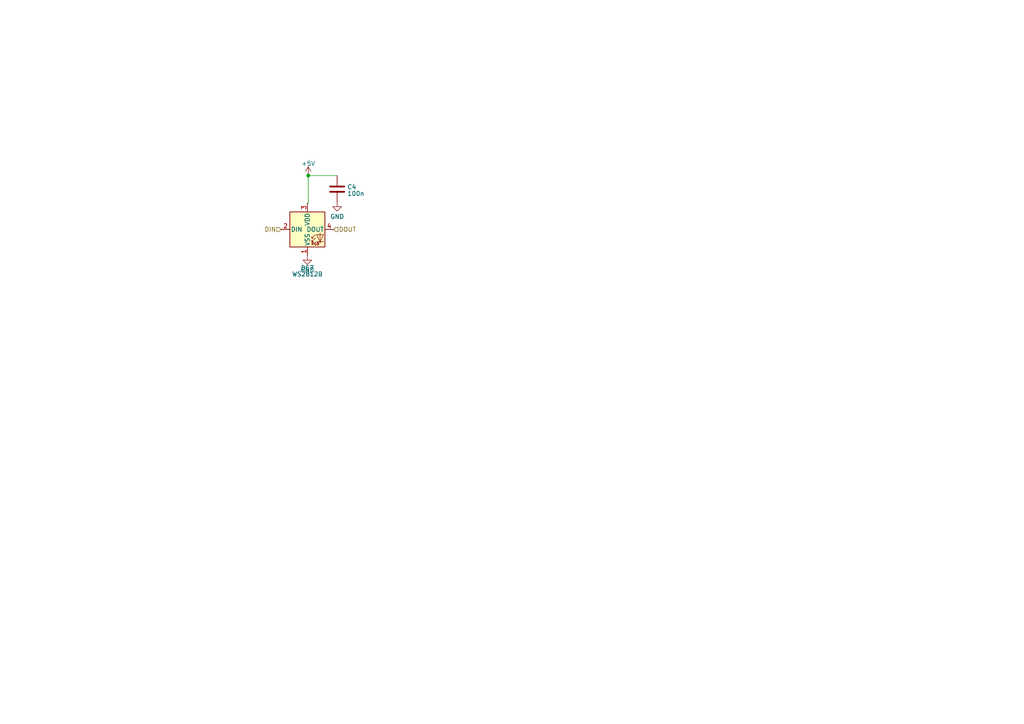
<source format=kicad_sch>
(kicad_sch (version 20230121) (generator eeschema)

  (uuid 248f08ac-97af-455d-9967-211694438080)

  (paper "A4")

  (lib_symbols
    (symbol "Device:C" (pin_numbers hide) (pin_names (offset 0.254)) (in_bom yes) (on_board yes)
      (property "Reference" "C" (at 0.635 2.54 0)
        (effects (font (size 1.27 1.27)) (justify left))
      )
      (property "Value" "C" (at 0.635 -2.54 0)
        (effects (font (size 1.27 1.27)) (justify left))
      )
      (property "Footprint" "" (at 0.9652 -3.81 0)
        (effects (font (size 1.27 1.27)) hide)
      )
      (property "Datasheet" "~" (at 0 0 0)
        (effects (font (size 1.27 1.27)) hide)
      )
      (property "ki_keywords" "cap capacitor" (at 0 0 0)
        (effects (font (size 1.27 1.27)) hide)
      )
      (property "ki_description" "Unpolarized capacitor" (at 0 0 0)
        (effects (font (size 1.27 1.27)) hide)
      )
      (property "ki_fp_filters" "C_*" (at 0 0 0)
        (effects (font (size 1.27 1.27)) hide)
      )
      (symbol "C_0_1"
        (polyline
          (pts
            (xy -2.032 -0.762)
            (xy 2.032 -0.762)
          )
          (stroke (width 0.508) (type default))
          (fill (type none))
        )
        (polyline
          (pts
            (xy -2.032 0.762)
            (xy 2.032 0.762)
          )
          (stroke (width 0.508) (type default))
          (fill (type none))
        )
      )
      (symbol "C_1_1"
        (pin passive line (at 0 3.81 270) (length 2.794)
          (name "~" (effects (font (size 1.27 1.27))))
          (number "1" (effects (font (size 1.27 1.27))))
        )
        (pin passive line (at 0 -3.81 90) (length 2.794)
          (name "~" (effects (font (size 1.27 1.27))))
          (number "2" (effects (font (size 1.27 1.27))))
        )
      )
    )
    (symbol "mapacr:XL-2121RGBC-WS2812B" (pin_names (offset 0.254)) (in_bom yes) (on_board yes)
      (property "Reference" "D" (at 5.08 5.715 0)
        (effects (font (size 1.27 1.27)) (justify right bottom))
      )
      (property "Value" "XL-2121RGBC-WS2812B" (at 1.27 -5.715 0)
        (effects (font (size 1.27 1.27)) (justify left top))
      )
      (property "Footprint" "mapacr:XL-2121RGBC-WS2812B" (at 1.27 -7.62 0)
        (effects (font (size 1.27 1.27)) (justify left top) hide)
      )
      (property "Datasheet" "https://datasheet.lcsc.com/lcsc/2301111010_XINGLIGHT-XL-2121RGBC-WS2812B_C5349957.pdf" (at 2.54 -9.525 0)
        (effects (font (size 1.27 1.27)) (justify left top) hide)
      )
      (property "JLCPCB_PART" "C5349957" (at 8.89 -12.7 0)
        (effects (font (size 1.27 1.27)))
      )
      (property "ki_keywords" "RGB LED NeoPixel addressable" (at 0 0 0)
        (effects (font (size 1.27 1.27)) hide)
      )
      (property "ki_description" "RGB LED with integrated controller" (at 0 0 0)
        (effects (font (size 1.27 1.27)) hide)
      )
      (property "ki_fp_filters" "LED*WS2812*PLCC*5.0x5.0mm*P3.2mm*" (at 0 0 0)
        (effects (font (size 1.27 1.27)) hide)
      )
      (symbol "XL-2121RGBC-WS2812B_0_0"
        (text "RGB" (at 2.286 -4.191 0)
          (effects (font (size 0.762 0.762)))
        )
      )
      (symbol "XL-2121RGBC-WS2812B_0_1"
        (rectangle (start -5.08 5.08) (end 5.08 -5.08)
          (stroke (width 0.254) (type default))
          (fill (type background))
        )
        (polyline
          (pts
            (xy 1.27 -3.556)
            (xy 1.778 -3.556)
          )
          (stroke (width 0) (type default))
          (fill (type none))
        )
        (polyline
          (pts
            (xy 1.27 -2.54)
            (xy 1.778 -2.54)
          )
          (stroke (width 0) (type default))
          (fill (type none))
        )
        (polyline
          (pts
            (xy 4.699 -3.556)
            (xy 2.667 -3.556)
          )
          (stroke (width 0) (type default))
          (fill (type none))
        )
        (polyline
          (pts
            (xy 2.286 -2.54)
            (xy 1.27 -3.556)
            (xy 1.27 -3.048)
          )
          (stroke (width 0) (type default))
          (fill (type none))
        )
        (polyline
          (pts
            (xy 2.286 -1.524)
            (xy 1.27 -2.54)
            (xy 1.27 -2.032)
          )
          (stroke (width 0) (type default))
          (fill (type none))
        )
        (polyline
          (pts
            (xy 3.683 -1.016)
            (xy 3.683 -3.556)
            (xy 3.683 -4.064)
          )
          (stroke (width 0) (type default))
          (fill (type none))
        )
        (polyline
          (pts
            (xy 4.699 -1.524)
            (xy 2.667 -1.524)
            (xy 3.683 -3.556)
            (xy 4.699 -1.524)
          )
          (stroke (width 0) (type default))
          (fill (type none))
        )
      )
      (symbol "XL-2121RGBC-WS2812B_1_1"
        (pin power_in line (at 0 -7.62 90) (length 2.54)
          (name "VSS" (effects (font (size 1.27 1.27))))
          (number "1" (effects (font (size 1.27 1.27))))
        )
        (pin input line (at -7.62 0 0) (length 2.54)
          (name "DIN" (effects (font (size 1.27 1.27))))
          (number "2" (effects (font (size 1.27 1.27))))
        )
        (pin power_in line (at 0 7.62 270) (length 2.54)
          (name "VDD" (effects (font (size 1.27 1.27))))
          (number "3" (effects (font (size 1.27 1.27))))
        )
        (pin output line (at 7.62 0 180) (length 2.54)
          (name "DOUT" (effects (font (size 1.27 1.27))))
          (number "4" (effects (font (size 1.27 1.27))))
        )
      )
    )
    (symbol "power:+5V" (power) (pin_names (offset 0)) (in_bom yes) (on_board yes)
      (property "Reference" "#PWR" (at 0 -3.81 0)
        (effects (font (size 1.27 1.27)) hide)
      )
      (property "Value" "+5V" (at 0 3.556 0)
        (effects (font (size 1.27 1.27)))
      )
      (property "Footprint" "" (at 0 0 0)
        (effects (font (size 1.27 1.27)) hide)
      )
      (property "Datasheet" "" (at 0 0 0)
        (effects (font (size 1.27 1.27)) hide)
      )
      (property "ki_keywords" "global power" (at 0 0 0)
        (effects (font (size 1.27 1.27)) hide)
      )
      (property "ki_description" "Power symbol creates a global label with name \"+5V\"" (at 0 0 0)
        (effects (font (size 1.27 1.27)) hide)
      )
      (symbol "+5V_0_1"
        (polyline
          (pts
            (xy -0.762 1.27)
            (xy 0 2.54)
          )
          (stroke (width 0) (type default))
          (fill (type none))
        )
        (polyline
          (pts
            (xy 0 0)
            (xy 0 2.54)
          )
          (stroke (width 0) (type default))
          (fill (type none))
        )
        (polyline
          (pts
            (xy 0 2.54)
            (xy 0.762 1.27)
          )
          (stroke (width 0) (type default))
          (fill (type none))
        )
      )
      (symbol "+5V_1_1"
        (pin power_in line (at 0 0 90) (length 0) hide
          (name "+5V" (effects (font (size 1.27 1.27))))
          (number "1" (effects (font (size 1.27 1.27))))
        )
      )
    )
    (symbol "power:GND" (power) (pin_names (offset 0)) (in_bom yes) (on_board yes)
      (property "Reference" "#PWR" (at 0 -6.35 0)
        (effects (font (size 1.27 1.27)) hide)
      )
      (property "Value" "GND" (at 0 -3.81 0)
        (effects (font (size 1.27 1.27)))
      )
      (property "Footprint" "" (at 0 0 0)
        (effects (font (size 1.27 1.27)) hide)
      )
      (property "Datasheet" "" (at 0 0 0)
        (effects (font (size 1.27 1.27)) hide)
      )
      (property "ki_keywords" "global power" (at 0 0 0)
        (effects (font (size 1.27 1.27)) hide)
      )
      (property "ki_description" "Power symbol creates a global label with name \"GND\" , ground" (at 0 0 0)
        (effects (font (size 1.27 1.27)) hide)
      )
      (symbol "GND_0_1"
        (polyline
          (pts
            (xy 0 0)
            (xy 0 -1.27)
            (xy 1.27 -1.27)
            (xy 0 -2.54)
            (xy -1.27 -1.27)
            (xy 0 -1.27)
          )
          (stroke (width 0) (type default))
          (fill (type none))
        )
      )
      (symbol "GND_1_1"
        (pin power_in line (at 0 0 270) (length 0) hide
          (name "GND" (effects (font (size 1.27 1.27))))
          (number "1" (effects (font (size 1.27 1.27))))
        )
      )
    )
  )

  (junction (at 89.408 50.927) (diameter 0) (color 0 0 0 0)
    (uuid 567ea26f-41d6-43c1-b3a9-1ddf29893cd3)
  )

  (wire (pts (xy 97.79 50.927) (xy 97.79 51.054))
    (stroke (width 0) (type default))
    (uuid 67fc5793-b113-46fc-b6d4-f20f258e4239)
  )
  (wire (pts (xy 89.408 58.928) (xy 89.154 58.928))
    (stroke (width 0) (type default))
    (uuid d4ae5cb2-fcbc-4fd7-b4bd-a5f2c2c2a261)
  )
  (wire (pts (xy 89.408 50.927) (xy 89.408 58.928))
    (stroke (width 0) (type default))
    (uuid d54fcd3e-3886-42f4-979d-0a995be5a961)
  )
  (wire (pts (xy 89.408 50.927) (xy 97.79 50.927))
    (stroke (width 0) (type default))
    (uuid d738cc45-69cd-4cd2-bd33-49e217ca56f2)
  )

  (hierarchical_label "DIN" (shape input) (at 81.534 66.548 180) (fields_autoplaced)
    (effects (font (size 1.27 1.27)) (justify right))
    (uuid 9fd491cb-8351-441e-a106-d2bd77d40422)
  )
  (hierarchical_label "DOUT" (shape input) (at 96.774 66.548 0) (fields_autoplaced)
    (effects (font (size 1.27 1.27)) (justify left))
    (uuid e93ae64a-8172-4c2f-9825-064bba503489)
  )

  (symbol (lib_id "mapacr:XL-2121RGBC-WS2812B") (at 89.154 66.548 0) (unit 1)
    (in_bom yes) (on_board yes) (dnp no)
    (uuid 631cc0bc-f237-42d8-b9af-8bfbf7d265a2)
    (property "Reference" "D57" (at 89.154 77.724 0)
      (effects (font (size 1.27 1.27)))
    )
    (property "Value" "WS2812B" (at 89.154 79.502 0)
      (effects (font (size 1.27 1.27)))
    )
    (property "Footprint" "mapacr:XL-2121RGBC-WS2812B" (at 90.424 74.168 0)
      (effects (font (size 1.27 1.27)) (justify left top) hide)
    )
    (property "Datasheet" "https://datasheet.lcsc.com/lcsc/2301111010_XINGLIGHT-XL-2121RGBC-WS2812B_C5349957.pdf" (at 91.694 76.073 0)
      (effects (font (size 1.27 1.27)) (justify left top) hide)
    )
    (property "JLCPCB_PART" "C5349957" (at 89.154 66.548 0)
      (effects (font (size 1.27 1.27)) hide)
    )
    (pin "1" (uuid 3aa08fde-c56c-4d2d-adbe-d87bbd372df8))
    (pin "2" (uuid b4ab6fdb-95ad-4c02-9f61-28c99e714a9d))
    (pin "3" (uuid 61d35e4d-b7df-4cd5-b675-8439dbdc94c3))
    (pin "4" (uuid d7d24a6a-89f7-436e-80ea-aa9dd6400973))
    (instances
      (project "mapacr_budget"
        (path "/71b974b8-1ba1-4062-b002-6a1a7fefb29b/febfa2af-d002-416a-b67f-10e6cb36c466"
          (reference "D57") (unit 1)
        )
        (path "/71b974b8-1ba1-4062-b002-6a1a7fefb29b/ade284ab-ad66-405f-bcc6-7dd457e72e39"
          (reference "D64") (unit 1)
        )
        (path "/71b974b8-1ba1-4062-b002-6a1a7fefb29b/4bb299fc-9d1d-413d-bc24-438272938b04"
          (reference "D79") (unit 1)
        )
        (path "/71b974b8-1ba1-4062-b002-6a1a7fefb29b/b2b283e1-b617-4425-adc3-d9b3d51f0a73"
          (reference "D96") (unit 1)
        )
        (path "/71b974b8-1ba1-4062-b002-6a1a7fefb29b/ccffb694-f4fe-4352-a538-0594a19da48e"
          (reference "D111") (unit 1)
        )
        (path "/71b974b8-1ba1-4062-b002-6a1a7fefb29b/db6ba583-0a44-4962-bb3d-263595b85d0c"
          (reference "D132") (unit 1)
        )
        (path "/71b974b8-1ba1-4062-b002-6a1a7fefb29b/c1bf3db7-a338-46f1-b6b9-73340f779ccc"
          (reference "D167") (unit 1)
        )
        (path "/71b974b8-1ba1-4062-b002-6a1a7fefb29b/39da40be-abc9-4aea-ad33-b3665b68354b"
          (reference "D180") (unit 1)
        )
        (path "/71b974b8-1ba1-4062-b002-6a1a7fefb29b/12065add-5755-4094-86b8-3d6f703c979b"
          (reference "D195") (unit 1)
        )
      )
    )
  )

  (symbol (lib_id "Device:C") (at 97.79 54.864 0) (unit 1)
    (in_bom yes) (on_board yes) (dnp no) (fields_autoplaced)
    (uuid 9042f740-c43f-4105-b88a-4a2b29879186)
    (property "Reference" "C4" (at 100.711 54.2203 0)
      (effects (font (size 1.27 1.27)) (justify left))
    )
    (property "Value" "100n" (at 100.711 56.1413 0)
      (effects (font (size 1.27 1.27)) (justify left))
    )
    (property "Footprint" "Capacitor_SMD:C_0402_1005Metric" (at 98.7552 58.674 0)
      (effects (font (size 1.27 1.27)) hide)
    )
    (property "Datasheet" "~" (at 97.79 54.864 0)
      (effects (font (size 1.27 1.27)) hide)
    )
    (property "JLCPCB_PART" "C1525" (at 97.79 54.864 0)
      (effects (font (size 1.27 1.27)) hide)
    )
    (pin "1" (uuid 9a2da3d8-1416-4f57-90ac-aee0000fbc67))
    (pin "2" (uuid ec8768c3-8144-4b1d-b239-1cbde8ddc2aa))
    (instances
      (project "mapacr_budget"
        (path "/71b974b8-1ba1-4062-b002-6a1a7fefb29b"
          (reference "C4") (unit 1)
        )
        (path "/71b974b8-1ba1-4062-b002-6a1a7fefb29b/f52dec1b-c982-41db-b30e-ceff01a37811"
          (reference "C11") (unit 1)
        )
        (path "/71b974b8-1ba1-4062-b002-6a1a7fefb29b/402cd8cc-f516-424c-85a0-522f37d43c49"
          (reference "C12") (unit 1)
        )
        (path "/71b974b8-1ba1-4062-b002-6a1a7fefb29b/406a379a-0026-4462-a438-13893326d56e"
          (reference "C13") (unit 1)
        )
        (path "/71b974b8-1ba1-4062-b002-6a1a7fefb29b/61e8544f-1984-44ab-b3c9-02e9f2cb8537"
          (reference "C14") (unit 1)
        )
        (path "/71b974b8-1ba1-4062-b002-6a1a7fefb29b/45742699-6e65-4de0-9a9f-deffae99a3e2"
          (reference "C15") (unit 1)
        )
        (path "/71b974b8-1ba1-4062-b002-6a1a7fefb29b/fd207ae8-3562-48d7-a269-49069aa87ee2"
          (reference "C16") (unit 1)
        )
        (path "/71b974b8-1ba1-4062-b002-6a1a7fefb29b/efb310ba-6218-4192-a0b7-3542a75ac5f7"
          (reference "C17") (unit 1)
        )
        (path "/71b974b8-1ba1-4062-b002-6a1a7fefb29b/9ae854d1-0d72-426c-85fa-670aa3eaa4e9"
          (reference "C18") (unit 1)
        )
        (path "/71b974b8-1ba1-4062-b002-6a1a7fefb29b/4d9fab85-4e20-4961-b776-60f98c0c1888"
          (reference "C19") (unit 1)
        )
        (path "/71b974b8-1ba1-4062-b002-6a1a7fefb29b/78103047-5bab-49fc-ab7a-b39956314c55"
          (reference "C20") (unit 1)
        )
        (path "/71b974b8-1ba1-4062-b002-6a1a7fefb29b/febfa2af-d002-416a-b67f-10e6cb36c466"
          (reference "C6") (unit 1)
        )
        (path "/71b974b8-1ba1-4062-b002-6a1a7fefb29b/ade284ab-ad66-405f-bcc6-7dd457e72e39"
          (reference "C10") (unit 1)
        )
        (path "/71b974b8-1ba1-4062-b002-6a1a7fefb29b/4bb299fc-9d1d-413d-bc24-438272938b04"
          (reference "C134") (unit 1)
        )
        (path "/71b974b8-1ba1-4062-b002-6a1a7fefb29b/b2b283e1-b617-4425-adc3-d9b3d51f0a73"
          (reference "C138") (unit 1)
        )
        (path "/71b974b8-1ba1-4062-b002-6a1a7fefb29b/ccffb694-f4fe-4352-a538-0594a19da48e"
          (reference "C142") (unit 1)
        )
        (path "/71b974b8-1ba1-4062-b002-6a1a7fefb29b/db6ba583-0a44-4962-bb3d-263595b85d0c"
          (reference "C211") (unit 1)
        )
        (path "/71b974b8-1ba1-4062-b002-6a1a7fefb29b/c1bf3db7-a338-46f1-b6b9-73340f779ccc"
          (reference "C212") (unit 1)
        )
        (path "/71b974b8-1ba1-4062-b002-6a1a7fefb29b/39da40be-abc9-4aea-ad33-b3665b68354b"
          (reference "C213") (unit 1)
        )
        (path "/71b974b8-1ba1-4062-b002-6a1a7fefb29b/12065add-5755-4094-86b8-3d6f703c979b"
          (reference "C214") (unit 1)
        )
      )
      (project "mapacr_controller"
        (path "/c2c1ed0a-c892-43f8-b0d8-e01dd6d47873"
          (reference "C4") (unit 1)
        )
      )
    )
  )

  (symbol (lib_id "power:GND") (at 97.79 58.674 0) (unit 1)
    (in_bom yes) (on_board yes) (dnp no) (fields_autoplaced)
    (uuid a805f8e6-2064-49c2-b548-6281a7991b5c)
    (property "Reference" "#PWR0144" (at 97.79 65.024 0)
      (effects (font (size 1.27 1.27)) hide)
    )
    (property "Value" "GND" (at 97.79 62.8095 0)
      (effects (font (size 1.27 1.27)))
    )
    (property "Footprint" "" (at 97.79 58.674 0)
      (effects (font (size 1.27 1.27)) hide)
    )
    (property "Datasheet" "" (at 97.79 58.674 0)
      (effects (font (size 1.27 1.27)) hide)
    )
    (pin "1" (uuid a76c1f36-3b9c-4272-80ce-6b96e55e465e))
    (instances
      (project "mapacr_budget"
        (path "/71b974b8-1ba1-4062-b002-6a1a7fefb29b/febfa2af-d002-416a-b67f-10e6cb36c466"
          (reference "#PWR0144") (unit 1)
        )
        (path "/71b974b8-1ba1-4062-b002-6a1a7fefb29b/ade284ab-ad66-405f-bcc6-7dd457e72e39"
          (reference "#PWR0145") (unit 1)
        )
        (path "/71b974b8-1ba1-4062-b002-6a1a7fefb29b/4bb299fc-9d1d-413d-bc24-438272938b04"
          (reference "#PWR0146") (unit 1)
        )
        (path "/71b974b8-1ba1-4062-b002-6a1a7fefb29b/b2b283e1-b617-4425-adc3-d9b3d51f0a73"
          (reference "#PWR0147") (unit 1)
        )
        (path "/71b974b8-1ba1-4062-b002-6a1a7fefb29b/ccffb694-f4fe-4352-a538-0594a19da48e"
          (reference "#PWR0148") (unit 1)
        )
        (path "/71b974b8-1ba1-4062-b002-6a1a7fefb29b/db6ba583-0a44-4962-bb3d-263595b85d0c"
          (reference "#PWR0149") (unit 1)
        )
        (path "/71b974b8-1ba1-4062-b002-6a1a7fefb29b/c1bf3db7-a338-46f1-b6b9-73340f779ccc"
          (reference "#PWR0150") (unit 1)
        )
        (path "/71b974b8-1ba1-4062-b002-6a1a7fefb29b/39da40be-abc9-4aea-ad33-b3665b68354b"
          (reference "#PWR0151") (unit 1)
        )
        (path "/71b974b8-1ba1-4062-b002-6a1a7fefb29b/12065add-5755-4094-86b8-3d6f703c979b"
          (reference "#PWR0152") (unit 1)
        )
      )
    )
  )

  (symbol (lib_id "power:+5V") (at 89.408 50.927 0) (unit 1)
    (in_bom yes) (on_board yes) (dnp no) (fields_autoplaced)
    (uuid dc3ad96f-3ec0-408a-a366-9bc9bb00ef71)
    (property "Reference" "#PWR015" (at 89.408 54.737 0)
      (effects (font (size 1.27 1.27)) hide)
    )
    (property "Value" "+5V" (at 89.408 47.4251 0)
      (effects (font (size 1.27 1.27)))
    )
    (property "Footprint" "" (at 89.408 50.927 0)
      (effects (font (size 1.27 1.27)) hide)
    )
    (property "Datasheet" "" (at 89.408 50.927 0)
      (effects (font (size 1.27 1.27)) hide)
    )
    (pin "1" (uuid 8514c884-0c5a-4974-8f23-989c00be653b))
    (instances
      (project "mapacr_budget"
        (path "/71b974b8-1ba1-4062-b002-6a1a7fefb29b/febfa2af-d002-416a-b67f-10e6cb36c466"
          (reference "#PWR015") (unit 1)
        )
        (path "/71b974b8-1ba1-4062-b002-6a1a7fefb29b/ade284ab-ad66-405f-bcc6-7dd457e72e39"
          (reference "#PWR021") (unit 1)
        )
        (path "/71b974b8-1ba1-4062-b002-6a1a7fefb29b/4bb299fc-9d1d-413d-bc24-438272938b04"
          (reference "#PWR029") (unit 1)
        )
        (path "/71b974b8-1ba1-4062-b002-6a1a7fefb29b/b2b283e1-b617-4425-adc3-d9b3d51f0a73"
          (reference "#PWR033") (unit 1)
        )
        (path "/71b974b8-1ba1-4062-b002-6a1a7fefb29b/ccffb694-f4fe-4352-a538-0594a19da48e"
          (reference "#PWR041") (unit 1)
        )
        (path "/71b974b8-1ba1-4062-b002-6a1a7fefb29b/db6ba583-0a44-4962-bb3d-263595b85d0c"
          (reference "#PWR047") (unit 1)
        )
        (path "/71b974b8-1ba1-4062-b002-6a1a7fefb29b/c1bf3db7-a338-46f1-b6b9-73340f779ccc"
          (reference "#PWR059") (unit 1)
        )
        (path "/71b974b8-1ba1-4062-b002-6a1a7fefb29b/39da40be-abc9-4aea-ad33-b3665b68354b"
          (reference "#PWR065") (unit 1)
        )
        (path "/71b974b8-1ba1-4062-b002-6a1a7fefb29b/12065add-5755-4094-86b8-3d6f703c979b"
          (reference "#PWR073") (unit 1)
        )
      )
    )
  )

  (symbol (lib_id "power:GND") (at 89.154 74.168 0) (unit 1)
    (in_bom yes) (on_board yes) (dnp no) (fields_autoplaced)
    (uuid eb139986-68db-4b99-9412-6bb96e40e950)
    (property "Reference" "#PWR016" (at 89.154 80.518 0)
      (effects (font (size 1.27 1.27)) hide)
    )
    (property "Value" "GND" (at 89.154 78.3035 0)
      (effects (font (size 1.27 1.27)))
    )
    (property "Footprint" "" (at 89.154 74.168 0)
      (effects (font (size 1.27 1.27)) hide)
    )
    (property "Datasheet" "" (at 89.154 74.168 0)
      (effects (font (size 1.27 1.27)) hide)
    )
    (pin "1" (uuid 0742dd7e-9e3b-4a26-8d1f-ad1e61345249))
    (instances
      (project "mapacr_budget"
        (path "/71b974b8-1ba1-4062-b002-6a1a7fefb29b/febfa2af-d002-416a-b67f-10e6cb36c466"
          (reference "#PWR016") (unit 1)
        )
        (path "/71b974b8-1ba1-4062-b002-6a1a7fefb29b/ade284ab-ad66-405f-bcc6-7dd457e72e39"
          (reference "#PWR022") (unit 1)
        )
        (path "/71b974b8-1ba1-4062-b002-6a1a7fefb29b/4bb299fc-9d1d-413d-bc24-438272938b04"
          (reference "#PWR030") (unit 1)
        )
        (path "/71b974b8-1ba1-4062-b002-6a1a7fefb29b/b2b283e1-b617-4425-adc3-d9b3d51f0a73"
          (reference "#PWR034") (unit 1)
        )
        (path "/71b974b8-1ba1-4062-b002-6a1a7fefb29b/ccffb694-f4fe-4352-a538-0594a19da48e"
          (reference "#PWR042") (unit 1)
        )
        (path "/71b974b8-1ba1-4062-b002-6a1a7fefb29b/db6ba583-0a44-4962-bb3d-263595b85d0c"
          (reference "#PWR048") (unit 1)
        )
        (path "/71b974b8-1ba1-4062-b002-6a1a7fefb29b/c1bf3db7-a338-46f1-b6b9-73340f779ccc"
          (reference "#PWR060") (unit 1)
        )
        (path "/71b974b8-1ba1-4062-b002-6a1a7fefb29b/39da40be-abc9-4aea-ad33-b3665b68354b"
          (reference "#PWR066") (unit 1)
        )
        (path "/71b974b8-1ba1-4062-b002-6a1a7fefb29b/12065add-5755-4094-86b8-3d6f703c979b"
          (reference "#PWR074") (unit 1)
        )
      )
    )
  )
)

</source>
